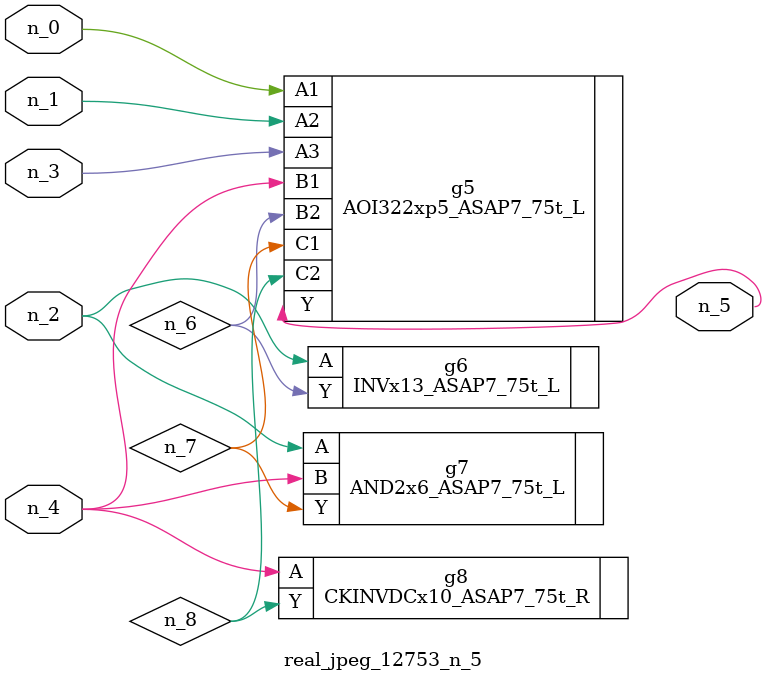
<source format=v>
module real_jpeg_12753_n_5 (n_4, n_0, n_1, n_2, n_3, n_5);

input n_4;
input n_0;
input n_1;
input n_2;
input n_3;

output n_5;

wire n_8;
wire n_6;
wire n_7;

AOI322xp5_ASAP7_75t_L g5 ( 
.A1(n_0),
.A2(n_1),
.A3(n_3),
.B1(n_4),
.B2(n_6),
.C1(n_7),
.C2(n_8),
.Y(n_5)
);

INVx13_ASAP7_75t_L g6 ( 
.A(n_2),
.Y(n_6)
);

AND2x6_ASAP7_75t_L g7 ( 
.A(n_2),
.B(n_4),
.Y(n_7)
);

CKINVDCx10_ASAP7_75t_R g8 ( 
.A(n_4),
.Y(n_8)
);


endmodule
</source>
